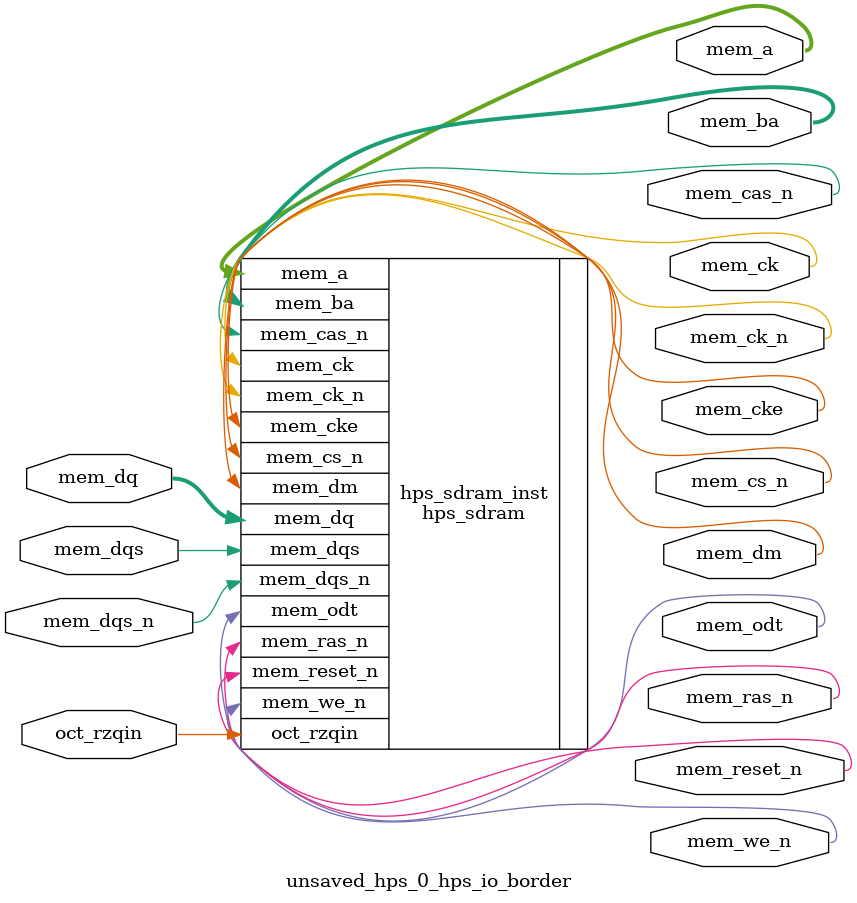
<source format=sv>


module unsaved_hps_0_hps_io_border(
// memory
  output wire [13 - 1 : 0 ] mem_a
 ,output wire [3 - 1 : 0 ] mem_ba
 ,output wire [1 - 1 : 0 ] mem_ck
 ,output wire [1 - 1 : 0 ] mem_ck_n
 ,output wire [1 - 1 : 0 ] mem_cke
 ,output wire [1 - 1 : 0 ] mem_cs_n
 ,output wire [1 - 1 : 0 ] mem_ras_n
 ,output wire [1 - 1 : 0 ] mem_cas_n
 ,output wire [1 - 1 : 0 ] mem_we_n
 ,output wire [1 - 1 : 0 ] mem_reset_n
 ,inout wire [8 - 1 : 0 ] mem_dq
 ,inout wire [1 - 1 : 0 ] mem_dqs
 ,inout wire [1 - 1 : 0 ] mem_dqs_n
 ,output wire [1 - 1 : 0 ] mem_odt
 ,output wire [1 - 1 : 0 ] mem_dm
 ,input wire [1 - 1 : 0 ] oct_rzqin
);


hps_sdram hps_sdram_inst(
 .mem_dq({
    mem_dq[7:0] // 7:0
  })
,.mem_odt({
    mem_odt[0:0] // 0:0
  })
,.mem_ras_n({
    mem_ras_n[0:0] // 0:0
  })
,.mem_dqs_n({
    mem_dqs_n[0:0] // 0:0
  })
,.mem_dqs({
    mem_dqs[0:0] // 0:0
  })
,.mem_dm({
    mem_dm[0:0] // 0:0
  })
,.mem_we_n({
    mem_we_n[0:0] // 0:0
  })
,.mem_cas_n({
    mem_cas_n[0:0] // 0:0
  })
,.mem_ba({
    mem_ba[2:0] // 2:0
  })
,.mem_a({
    mem_a[12:0] // 12:0
  })
,.mem_cs_n({
    mem_cs_n[0:0] // 0:0
  })
,.mem_ck({
    mem_ck[0:0] // 0:0
  })
,.mem_cke({
    mem_cke[0:0] // 0:0
  })
,.oct_rzqin({
    oct_rzqin[0:0] // 0:0
  })
,.mem_reset_n({
    mem_reset_n[0:0] // 0:0
  })
,.mem_ck_n({
    mem_ck_n[0:0] // 0:0
  })
);

endmodule


</source>
